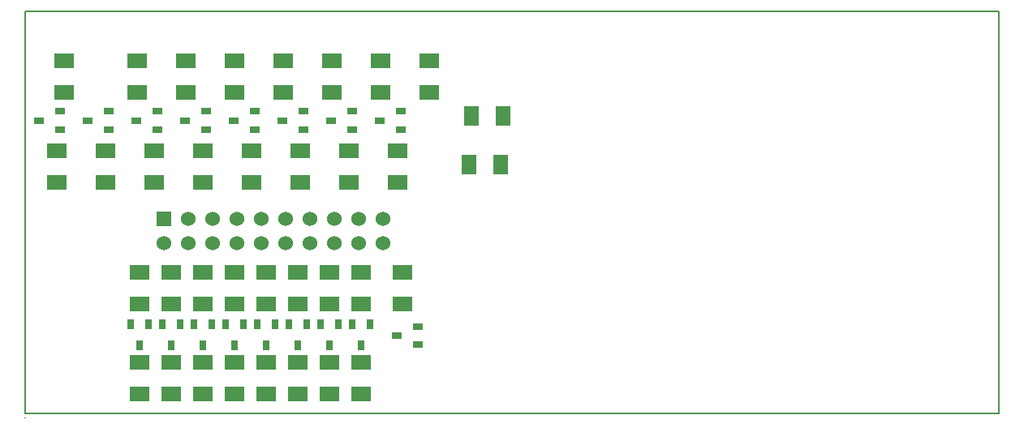
<source format=gbs>
G04 (created by PCBNEW (2013-jul-07)-stable) date ven. 28 nov. 2014 16:43:25 CET*
%MOIN*%
G04 Gerber Fmt 3.4, Leading zero omitted, Abs format*
%FSLAX34Y34*%
G01*
G70*
G90*
G04 APERTURE LIST*
%ADD10C,0.00590551*%
%ADD11R,0.08X0.06*%
%ADD12R,0.06X0.06*%
%ADD13C,0.06*%
%ADD14R,0.06X0.08*%
%ADD15R,0.0315X0.0394*%
%ADD16R,0.0394X0.0315*%
G04 APERTURE END LIST*
G54D10*
X74000Y-29100D02*
X74000Y-45650D01*
X73400Y-29100D02*
X74000Y-29100D01*
X73400Y-45650D02*
X74000Y-45650D01*
X34000Y-29100D02*
X34000Y-45600D01*
X34000Y-29100D02*
X73400Y-29100D01*
X34000Y-45650D02*
X34000Y-45600D01*
X73400Y-45650D02*
X34000Y-45650D01*
X34000Y-45800D02*
G75*
G03X34000Y-45800I0J0D01*
G74*
G01*
X33999Y-45800D02*
X34000Y-45800D01*
X34000Y-45799D02*
X34000Y-45800D01*
G54D11*
X38700Y-39850D03*
X38700Y-41150D03*
X41300Y-39850D03*
X41300Y-41150D03*
X43900Y-39850D03*
X43900Y-41150D03*
X46500Y-39850D03*
X46500Y-41150D03*
X47800Y-39850D03*
X47800Y-41150D03*
X45200Y-39850D03*
X45200Y-41150D03*
X42600Y-39850D03*
X42600Y-41150D03*
X40000Y-39850D03*
X40000Y-41150D03*
X38700Y-44850D03*
X38700Y-43550D03*
X40000Y-44850D03*
X40000Y-43550D03*
G54D12*
X39700Y-37650D03*
G54D13*
X39700Y-38650D03*
X40700Y-37650D03*
X40700Y-38650D03*
X41700Y-37650D03*
X41700Y-38650D03*
X42700Y-37650D03*
X42700Y-38650D03*
X43700Y-37650D03*
X43700Y-38650D03*
X44700Y-37650D03*
X44700Y-38650D03*
X45700Y-37650D03*
X45700Y-38650D03*
X46700Y-37650D03*
X46700Y-38650D03*
X47700Y-37650D03*
X47700Y-38650D03*
X48700Y-37650D03*
X48700Y-38650D03*
G54D11*
X41300Y-44850D03*
X41300Y-43550D03*
X42600Y-44850D03*
X42600Y-43550D03*
X43900Y-44850D03*
X43900Y-43550D03*
X45200Y-44850D03*
X45200Y-43550D03*
X46500Y-44850D03*
X46500Y-43550D03*
X47800Y-44850D03*
X47800Y-43550D03*
X35300Y-36150D03*
X35300Y-34850D03*
X37300Y-36150D03*
X37300Y-34850D03*
X39300Y-36150D03*
X39300Y-34850D03*
X41300Y-36150D03*
X41300Y-34850D03*
X43300Y-36150D03*
X43300Y-34850D03*
X45300Y-36150D03*
X45300Y-34850D03*
X47300Y-36150D03*
X47300Y-34850D03*
X49300Y-36150D03*
X49300Y-34850D03*
X35600Y-31150D03*
X35600Y-32450D03*
X38600Y-31150D03*
X38600Y-32450D03*
X40600Y-31150D03*
X40600Y-32450D03*
X42600Y-31150D03*
X42600Y-32450D03*
X44600Y-31150D03*
X44600Y-32450D03*
X46600Y-31150D03*
X46600Y-32450D03*
X48600Y-31150D03*
X48600Y-32450D03*
X50600Y-31150D03*
X50600Y-32450D03*
G54D14*
X52350Y-33400D03*
X53650Y-33400D03*
X53550Y-35400D03*
X52250Y-35400D03*
G54D11*
X49500Y-39850D03*
X49500Y-41150D03*
G54D15*
X38700Y-42833D03*
X39075Y-41967D03*
X38325Y-41967D03*
X40000Y-42833D03*
X40375Y-41967D03*
X39625Y-41967D03*
X41300Y-42833D03*
X41675Y-41967D03*
X40925Y-41967D03*
X42600Y-42833D03*
X42975Y-41967D03*
X42225Y-41967D03*
X43900Y-42833D03*
X44275Y-41967D03*
X43525Y-41967D03*
X45200Y-42833D03*
X45575Y-41967D03*
X44825Y-41967D03*
X46500Y-42833D03*
X46875Y-41967D03*
X46125Y-41967D03*
X47800Y-42833D03*
X48175Y-41967D03*
X47425Y-41967D03*
G54D16*
X34567Y-33600D03*
X35433Y-33975D03*
X35433Y-33225D03*
X36567Y-33600D03*
X37433Y-33975D03*
X37433Y-33225D03*
X38567Y-33600D03*
X39433Y-33975D03*
X39433Y-33225D03*
X40567Y-33600D03*
X41433Y-33975D03*
X41433Y-33225D03*
X42567Y-33600D03*
X43433Y-33975D03*
X43433Y-33225D03*
X44567Y-33600D03*
X45433Y-33975D03*
X45433Y-33225D03*
X46567Y-33600D03*
X47433Y-33975D03*
X47433Y-33225D03*
X48567Y-33600D03*
X49433Y-33975D03*
X49433Y-33225D03*
X49267Y-42450D03*
X50133Y-42825D03*
X50133Y-42075D03*
M02*

</source>
